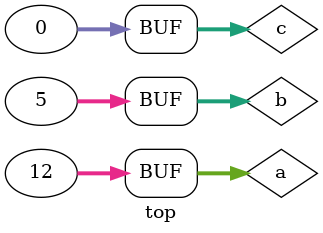
<source format=sv>
/*
:name: binary_op_log_shr
:description: >> operator test
:tags: 11.4.10
*/
module top();
int a = 12;
int b = 5;
int c;
initial begin
    c = a >> b;
end
endmodule

</source>
